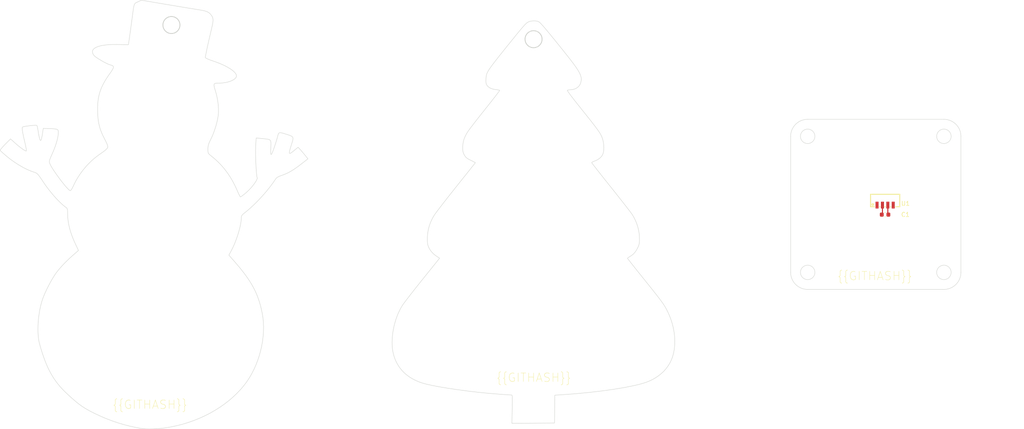
<source format=kicad_pcb>
(kicad_pcb (version 20221018) (generator pcbnew)
  (layers (0 "F.Cu" signal) (31 "B.Cu" signal) (34 "B.Paste" user) (35 "F.Paste" user) (36 "B.SilkS" user "B.Silkscreen") (37 "F.SilkS" user "F.Silkscreen") (38 "B.Mask" user) (39 "F.Mask" user) (44 "Edge.Cuts" user))
  (net 0 "")
  (net 1 "scl")
  (net 2 "vcc")
  (net 3 "ic-gnd")
  (net 4 "sda")
  (footprint "lib:C0603" (layer "F.Cu") (at 243.8 100.2)
    (fp_text reference "C1" (at 4.775 0) (layer "F.SilkS"))
    (fp_text value "50V 100nF X7R ±10% 0603  Multilayer Ceramic Capacitors MLCC - SMD/SMT ROHS")
    (fp_line (start -0.14058 -0.51) (end 0.14058 -0.51) (stroke (width 0.12)) (layer "F.SilkS"))
    (fp_line (start -0.14058 0.51) (end 0.14058 0.51) (stroke (width 0.12)) (layer "F.SilkS"))
    (pad "1" smd roundrect (at -0.775 0) (size 0.9 0.95) (layers "F.Cu" "F.Paste" "F.Mask") (net 2 "vcc"))
    (pad "2" smd roundrect (at 0.775 0) (size 0.9 0.95) (layers "F.Cu" "F.Paste" "F.Mask") (net 3 "ic-gnd"))
  )
  (footprint "lib:SENSOR-SMD_EML7700-TT" (layer "F.Cu") (at 243.815 97.96)
    (fp_text reference "U1" (at 4.785 -0.36) (layer "F.SilkS"))
    (fp_text value "")
    (fp_line (start -3.42 -2.54) (end -3.42 0.38) (stroke (width 0.25)) (layer "F.SilkS"))
    (fp_line (start -3.42 -2.54) (end 3.43 -2.54) (stroke (width 0.25)) (layer "F.SilkS"))
    (fp_line (start -3.42 0.38) (end -2.49 0.38) (stroke (width 0.25)) (layer "F.SilkS"))
    (fp_line (start -1.32 0.38) (end -1.21 0.38) (stroke (width 0.25)) (layer "F.SilkS"))
    (fp_line (start -0.05 0.38) (end 0.06 0.38) (stroke (width 0.25)) (layer "F.SilkS"))
    (fp_line (start 1.22 0.38) (end 1.33 0.38) (stroke (width 0.25)) (layer "F.SilkS"))
    (fp_line (start 2.49 0.38) (end 3.43 0.38) (stroke (width 0.25)) (layer "F.SilkS"))
    (fp_line (start 3.43 0.38) (end 3.43 -2.54) (stroke (width 0.25)) (layer "F.SilkS"))
    (fp_circle (center -2.92 -0.13) (end -2.74 -0.13) (stroke (width 0.25)) (fill none) (layer "F.SilkS"))
    (pad "1" smd rect (at -1.9 0) (size 0.7 1.6) (layers "F.Cu" "F.Paste" "F.Mask") (net 1 "scl"))
    (pad "2" smd rect (at -0.63 0) (size 0.7 1.6) (layers "F.Cu" "F.Paste" "F.Mask") (net 2 "vcc"))
    (pad "3" smd rect (at 0.63 0) (size 0.7 1.6) (layers "F.Cu" "F.Paste" "F.Mask") (net 3 "ic-gnd"))
    (pad "4" smd rect (at 1.9 0) (size 0.7 1.6) (layers "F.Cu" "F.Paste" "F.Mask") (net 4 "sda"))
  )
  (gr_circle (center 225.62 81.79) (end 227.32 81.79) (stroke (width 0.1)) (fill none) (layer "Edge.Cuts"))
  (gr_circle (center 257.62 113.79) (end 259.32 113.79) (stroke (width 0.1)) (fill none) (layer "Edge.Cuts"))
  (gr_circle (center 257.62 81.79) (end 259.32 81.79) (stroke (width 0.1)) (fill none) (layer "Edge.Cuts"))
  (gr_poly (pts (xy 75.142222 50.797022) (xy 79.756606 51.568267) (xy 82.366969 51.99203) (xy 83.019066 52.095762) (xy 83.303876 52.146979) (xy 83.563537 52.198618) (xy 83.799806 52.251323) (xy 84.01444 52.305736) (xy 84.209196 52.362498) (xy 84.385831 52.422252) (xy 84.546102 52.485641) (xy 84.691766 52.553306) (xy 84.824581 52.62589) (xy 84.946303 52.704035) (xy 85.05869 52.788383) (xy 85.163499 52.879577) (xy 85.262486 52.978258) (xy 85.357409 53.08507) (xy 85.479286 53.234958) (xy 85.586233 53.378736) (xy 85.634185 53.44915) (xy 85.678498 53.519015) (xy 85.719202 53.588656) (xy 85.75633 53.658402) (xy 85.789911 53.728576) (xy 85.819976 53.799506) (xy 85.846558 53.871517) (xy 85.869686 53.944936) (xy 85.889392 54.020089) (xy 85.905707 54.097301) (xy 85.918662 54.176899) (xy 85.928287 54.259209) (xy 85.934615 54.344557) (xy 85.937675 54.433269) (xy 85.937499 54.525672) (xy 85.934119 54.62209) (xy 85.927564 54.722851) (xy 85.917866 54.82828) (xy 85.889166 55.054449) (xy 85.848266 55.303204) (xy 85.795414 55.577155) (xy 85.730859 55.878909) (xy 85.654849 56.211077) (xy 84.878546 59.55341) (xy 84.657875 60.550977) (xy 84.450892 61.532488) (xy 84.331406 62.116419) (xy 84.229648 62.629765) (xy 84.15639 63.017063) (xy 84.122409 63.222849) (xy 84.123062 63.236814) (xy 84.127967 63.251873) (xy 84.137065 63.268001) (xy 84.150302 63.285171) (xy 84.167619 63.303357) (xy 84.188962 63.322534) (xy 84.214273 63.342674) (xy 84.243497 63.363751) (xy 84.313454 63.408613) (xy 84.398381 63.456909) (xy 84.497828 63.50843) (xy 84.611342 63.562966) (xy 84.738473 63.620306) (xy 84.878767 63.680241) (xy 85.031775 63.742561) (xy 85.197043 63.807056) (xy 85.374121 63.873515) (xy 85.562558 63.94173) (xy 85.7619 64.011489) (xy 85.971698 64.082583) (xy 86.585981 64.296029) (xy 87.172975 64.516947) (xy 87.730729 64.744054) (xy 88.257293 64.976069) (xy 88.75072 65.211708) (xy 89.209058 65.449689) (xy 89.63036 65.68873) (xy 90.012676 65.927548) (xy 90.354056 66.16486) (xy 90.652552 66.399385) (xy 90.906214 66.629839) (xy 91.113092 66.85494) (xy 91.271238 67.073405) (xy 91.378702 67.283953) (xy 91.412819 67.385857) (xy 91.433535 67.485301) (xy 91.440605 67.582123) (xy 91.433787 67.676165) (xy 91.41712 67.753004) (xy 91.390362 67.829368) (xy 91.35383 67.905131) (xy 91.307839 67.980165) (xy 91.252707 68.054343) (xy 91.188749 68.12754) (xy 91.116281 68.199626) (xy 91.03562 68.270477) (xy 90.947082 68.339964) (xy 90.850984 68.407961) (xy 90.747641 68.47434) (xy 90.637371 68.538975) (xy 90.520488 68.601739) (xy 90.39731 68.662505) (xy 90.268153 68.721145) (xy 90.133332 68.777534) (xy 89.993165 68.831543) (xy 89.847967 68.883047) (xy 89.543745 68.978027) (xy 89.223197 69.06146) (xy 88.888852 69.132329) (xy 88.54324 69.189618) (xy 88.188892 69.232313) (xy 88.009232 69.24787) (xy 87.828337 69.259397) (xy 87.646523 69.266767) (xy 87.464106 69.269854) (xy 87.202959 69.272042) (xy 86.97453 69.277492) (xy 86.777472 69.288473) (xy 86.690288 69.296746) (xy 86.610443 69.307253) (xy 86.537768 69.320276) (xy 86.472096 69.3361) (xy 86.413258 69.355009) (xy 86.361087 69.377285) (xy 86.315414 69.403211) (xy 86.276071 69.433073) (xy 86.24289 69.467154) (xy 86.215703 69.505736) (xy 86.194342 69.549103) (xy 86.178638 69.59754) (xy 86.168424 69.65133) (xy 86.163532 69.710755) (xy 86.163793 69.776101) (xy 86.169039 69.847649) (xy 86.179102 69.925685) (xy 86.193814 70.010491) (xy 86.236514 70.20155) (xy 86.295792 70.423093) (xy 86.370304 70.677389) (xy 86.458705 70.966708) (xy 86.582128 71.384478) (xy 86.694998 71.803093) (xy 86.797211 72.221567) (xy 86.888665 72.638919) (xy 86.969257 73.054166) (xy 87.038885 73.466323) (xy 87.097447 73.874409) (xy 87.144838 74.277439) (xy 87.180958 74.674432) (xy 87.205702 75.064404) (xy 87.21897 75.446371) (xy 87.220657 75.819352) (xy 87.210662 76.182361) (xy 87.188881 76.534418) (xy 87.155212 76.874538) (xy 87.109553 77.201739) (xy 86.986123 77.871628) (xy 86.830027 78.558912) (xy 86.643845 79.255662) (xy 86.430157 79.953949) (xy 86.19154 80.645848) (xy 85.930575 81.323429) (xy 85.649841 81.978766) (xy 85.351916 82.60393) (xy 85.189192 82.938586) (xy 85.118752 83.093315) (xy 85.055229 83.240939) (xy 84.998352 83.382431) (xy 84.947849 83.518761) (xy 84.903447 83.650903) (xy 84.864875 83.779828) (xy 84.831859 83.906506) (xy 84.804129 84.031911) (xy 84.781412 84.157013) (xy 84.763435 84.282785) (xy 84.749927 84.410197) (xy 84.740615 84.540223) (xy 84.735228 84.673833) (xy 84.733493 84.811999) (xy 84.736223 85.129082) (xy 84.741369 85.261496) (xy 84.750575 85.379459) (xy 84.764997 85.485194) (xy 84.774524 85.534172) (xy 84.785789 85.580928) (xy 84.798934 85.625739) (xy 84.814106 85.668884) (xy 84.831447 85.710641) (xy 84.851104 85.751288) (xy 84.873219 85.791103) (xy 84.897937 85.830364) (xy 84.925403 85.869349) (xy 84.955761 85.908337) (xy 84.989155 85.947605) (xy 85.02573 85.987432) (xy 85.109 86.069873) (xy 85.206725 86.157886) (xy 85.320061 86.253696) (xy 85.598185 86.477602) (xy 86.096863 86.886277) (xy 86.577755 87.306529) (xy 87.04138 87.739064) (xy 87.488258 88.184586) (xy 87.918909 88.6438) (xy 88.333852 89.117412) (xy 88.733607 89.606125) (xy 89.118694 90.110646) (xy 89.489632 90.631678) (xy 89.846941 91.169927) (xy 90.19114 91.726098) (xy 90.52275 92.300895) (xy 90.84229 92.895024) (xy 91.150279 93.509189) (xy 91.447237 94.144095) (xy 91.733683 94.800448) (xy 91.84059 95.047283) (xy 91.945802 95.277558) (xy 92.046625 95.486234) (xy 92.140364 95.668271) (xy 92.224324 95.818627) (xy 92.295813 95.932265) (xy 92.326039 95.973739) (xy 92.352136 96.004143) (xy 92.373767 96.022848) (xy 92.382804 96.027616) (xy 92.390597 96.029223) (xy 92.399173 96.028006) (xy 92.410522 96.024397) (xy 92.441219 96.010237) (xy 92.482045 95.987221) (xy 92.53236 95.955824) (xy 92.591521 95.916524) (xy 92.658887 95.869798) (xy 92.815666 95.755976) (xy 92.997564 95.618173) (xy 93.199447 95.460204) (xy 93.416182 95.285885) (xy 93.642634 95.099032) (xy 93.891007 94.882848) (xy 94.141366 94.648628) (xy 94.390948 94.400061) (xy 94.636991 94.140836) (xy 94.87673 93.874641) (xy 95.107403 93.605164) (xy 95.326247 93.336095) (xy 95.530498 93.071122) (xy 95.717394 92.813933) (xy 95.884171 92.568218) (xy 96.028066 92.337665) (xy 96.146316 92.125962) (xy 96.236159 91.936798) (xy 96.294829 91.773863) (xy 96.311612 91.703383) (xy 96.319566 91.640844) (xy 96.318345 91.586706) (xy 96.307605 91.54143) (xy 96.264441 91.378418) (xy 96.221593 91.121805) (xy 96.138989 90.373142) (xy 96.064068 89.386161) (xy 96.001109 88.251583) (xy 95.954389 87.060129) (xy 95.928186 85.902519) (xy 95.926777 84.869474) (xy 95.95444 84.051714) (xy 96.07471 82.177477) (xy 97.36716 82.304781) (xy 98.13507 82.379263) (xy 98.441266 82.413109) (xy 98.700599 82.449744) (xy 98.916803 82.492956) (xy 99.009898 82.518212) (xy 99.09361 82.546534) (xy 99.168406 82.578395) (xy 99.234753 82.614268) (xy 99.293117 82.654627) (xy 99.343964 82.699946) (xy 99.387763 82.750698) (xy 99.424978 82.807357) (xy 99.456076 82.870396) (xy 99.481525 82.94029) (xy 99.501791 83.017511) (xy 99.51734 83.102533) (xy 99.536155 83.297877) (xy 99.541702 83.530109) (xy 99.537716 83.803018) (xy 99.51607 84.486025) (xy 99.501811 85.019341) (xy 99.495778 85.429631) (xy 99.49953 85.727933) (xy 99.505563 85.838537) (xy 99.514626 85.925284) (xy 99.526915 85.989553) (xy 99.542625 86.032723) (xy 99.551823 86.046828) (xy 99.56195 86.056175) (xy 99.573029 86.060938) (xy 99.585085 86.061289) (xy 99.612224 86.049443) (xy 99.643564 86.022019) (xy 99.679299 85.980395) (xy 99.719623 85.925951) (xy 99.770963 85.835961) (xy 99.83738 85.6921) (xy 100.00736 85.267042) (xy 100.213404 84.699332) (xy 100.439353 84.037526) (xy 100.669049 83.330178) (xy 100.886332 82.625845) (xy 101.075044 81.973082) (xy 101.219027 81.420443) (xy 101.232451 81.367288) (xy 101.246658 81.317349) (xy 101.261814 81.270604) (xy 101.278084 81.227032) (xy 101.295634 81.186611) (xy 101.314631 81.149321) (xy 101.33524 81.115138) (xy 101.357628 81.084043) (xy 101.381959 81.056013) (xy 101.4084 81.031027) (xy 101.437117 81.009064) (xy 101.468275 80.990102) (xy 101.502041 80.974119) (xy 101.538581 80.961095) (xy 101.578059 80.951007) (xy 101.620643 80.943835) (xy 101.666497 80.939556) (xy 101.715788 80.938149) (xy 101.768682 80.939594) (xy 101.825345 80.943867) (xy 101.885942 80.950949) (xy 101.950639 80.960817) (xy 102.019603 80.97345) (xy 102.092998 80.988826) (xy 102.170992 81.006924) (xy 102.253749 81.027723) (xy 102.434219 81.077337) (xy 102.635734 81.137495) (xy 102.859622 81.208025) (xy 103.581471 81.438726) (xy 103.868146 81.535185) (xy 104.108644 81.625316) (xy 104.212356 81.669476) (xy 104.305459 81.713816) (xy 104.388264 81.758923) (xy 104.461082 81.805384) (xy 104.524226 81.853787) (xy 104.578006 81.904719) (xy 104.622735 81.958768) (xy 104.658725 82.01652) (xy 104.686285 82.078563) (xy 104.705729 82.145484) (xy 104.717368 82.217871) (xy 104.721513 82.296311) (xy 104.718476 82.381392) (xy 104.708568 82.4737) (xy 104.692102 82.573823) (xy 104.669388 82.682348) (xy 104.606464 82.926954) (xy 104.522289 83.212218) (xy 104.300158 83.92351) (xy 104.076968 84.658354) (xy 103.993442 84.95378) (xy 103.929762 85.203046) (xy 103.886777 85.407528) (xy 103.865337 85.568604) (xy 103.862962 85.633296) (xy 103.866292 85.687652) (xy 103.875434 85.731846) (xy 103.890492 85.766049) (xy 103.911574 85.790433) (xy 103.938786 85.805172) (xy 103.972234 85.810436) (xy 104.012025 85.806398) (xy 104.058263 85.79323) (xy 104.111056 85.771105) (xy 104.236732 85.700671) (xy 104.3899 85.596472) (xy 104.571411 85.459887) (xy 105.02286 85.095065) (xy 105.918216 84.355181) (xy 106.388476 84.86751) (xy 106.496975 84.987739) (xy 106.625318 85.133369) (xy 106.92254 85.478508) (xy 107.242155 85.858286) (xy 107.546176 86.22806) (xy 108.2336 87.076296) (xy 106.72333 88.254687) (xy 106.031007 88.783192) (xy 105.392025 89.245391) (xy 105.089314 89.453516) (xy 104.796071 89.647331) (xy 104.511007 89.827593) (xy 104.232833 89.995056) (xy 103.960259 90.150478) (xy 103.691998 90.294613) (xy 103.426759 90.428217) (xy 103.163254 90.552046) (xy 102.900193 90.666855) (xy 102.636288 90.773401) (xy 102.370249 90.872439) (xy 102.100787 90.964724) (xy 101.955978 91.013649) (xy 101.818902 91.062832) (xy 101.689432 91.112348) (xy 101.567439 91.162273) (xy 101.452795 91.212683) (xy 101.345371 91.263651) (xy 101.245039 91.315254) (xy 101.151671 91.367567) (xy 101.065138 91.420665) (xy 100.985313 91.474624) (xy 100.912065 91.529517) (xy 100.845269 91.585421) (xy 100.784794 91.642412) (xy 100.730512 91.700563) (xy 100.682296 91.759951) (xy 100.640017 91.82065) (xy 100.313962 92.312951) (xy 99.958065 92.82026) (xy 99.575318 93.339289) (xy 99.168711 93.866747) (xy 98.741234 94.399346) (xy 98.295878 94.933795) (xy 97.835635 95.466804) (xy 97.363494 95.995083) (xy 96.882446 96.515343) (xy 96.395482 97.024295) (xy 95.905593 97.518647) (xy 95.415769 97.995111) (xy 94.929002 98.450396) (xy 94.44828 98.881213) (xy 93.976596 99.284272) (xy 93.51694 99.656283) (xy 93.364132 99.777198) (xy 93.228349 99.887118) (xy 93.108601 99.987555) (xy 93.003899 100.080022) (xy 92.913256 100.166032) (xy 92.835682 100.247098) (xy 92.770188 100.324733) (xy 92.741662 100.362737) (xy 92.715786 100.40045) (xy 92.692435 100.438062) (xy 92.671487 100.475762) (xy 92.652817 100.513738) (xy 92.636302 100.552181) (xy 92.621819 100.591279) (xy 92.609244 100.631221) (xy 92.589322 100.714395) (xy 92.575548 100.803215) (xy 92.566934 100.899195) (xy 92.56249 101.003847) (xy 92.561229 101.118685) (xy 92.548214 101.459191) (xy 92.510172 101.840399) (xy 92.448603 102.257479) (xy 92.365007 102.705605) (xy 92.260885 103.179948) (xy 92.137739 103.675679) (xy 91.997068 104.187971) (xy 91.840373 104.711996) (xy 91.669155 105.242926) (xy 91.484915 105.775933) (xy 91.289154 106.306188) (xy 91.083372 106.828864) (xy 90.86907 107.339132) (xy 90.647749 107.832164) (xy 90.420909 108.303133) (xy 90.190051 108.74721) (xy 89.658061 109.729433) (xy 90.799319 111.025652) (xy 91.552256 111.894452) (xy 92.247519 112.726345) (xy 92.887901 113.52649) (xy 93.476195 114.300047) (xy 94.015193 115.052178) (xy 94.507688 115.788042) (xy 94.956473 116.5128) (xy 95.364341 117.231612) (xy 95.734083 117.949638) (xy 96.068493 118.672038) (xy 96.370364 119.403974) (xy 96.642488 120.150605) (xy 96.887657 120.917091) (xy 97.108665 121.708593) (xy 97.308304 122.530271) (xy 97.489367 123.387286) (xy 97.659586 124.435519) (xy 97.764545 125.512723) (xy 97.805707 126.613102) (xy 97.784533 127.73086) (xy 97.702485 128.860202) (xy 97.561026 129.995332) (xy 97.361618 131.130454) (xy 97.105722 132.259774) (xy 96.794801 133.377494) (xy 96.430316 134.47782) (xy 96.01373 135.554956) (xy 95.546505 136.603107) (xy 95.030102 137.616476) (xy 94.465984 138.589268) (xy 93.855613 139.515689) (xy 93.20045 140.389941) (xy 92.386005 141.350273) (xy 91.510226 142.273552) (xy 90.576227 143.158109) (xy 89.587122 144.002278) (xy 88.546024 144.80439) (xy 87.456048 145.562779) (xy 86.320308 146.275777) (xy 85.141916 146.941716) (xy 83.923988 147.558929) (xy 82.669636 148.125749) (xy 81.381976 148.640508) (xy 80.06412 149.101539) (xy 78.719182 149.507174) (xy 77.350277 149.855747) (xy 75.960518 150.145589) (xy 74.553019 150.375033) (xy 73.862872 150.459306) (xy 73.131633 150.525975) (xy 72.383923 150.574372) (xy 71.644361 150.603827) (xy 70.93757 150.613671) (xy 70.288169 150.603235) (xy 69.720779 150.57185) (xy 69.475532 150.548093) (xy 69.26002 150.518847) (xy 69.260051 150.518832) (xy 67.831835 150.262486) (xy 66.416949 149.953785) (xy 65.016193 149.592984) (xy 63.630368 149.180338) (xy 62.260274 148.716103) (xy 60.90671 148.200532) (xy 59.570477 147.633881) (xy 58.252375 147.016405) (xy 57.283074 146.528505) (xy 56.847829 146.298277) (xy 56.438641 146.072324) (xy 56.050351 145.846994) (xy 55.6778 145.618633) (xy 55.315827 145.383588) (xy 54.959273 145.138205) (xy 54.602979 144.87883) (xy 54.241783 144.601811) (xy 53.870528 144.303492) (xy 53.484054 143.980222) (xy 52.644807 143.244211) (xy 51.682765 142.36455) (xy 51.097036 141.804159) (xy 50.54538 141.238954) (xy 50.025658 140.665073) (xy 49.535731 140.078649) (xy 49.07346 139.475819) (xy 48.636705 138.852719) (xy 48.223328 138.205483) (xy 47.831189 137.530249) (xy 47.458149 136.823151) (xy 47.10207 136.080325) (xy 46.760812 135.297907) (xy 46.432236 134.472032) (xy 46.114202 133.598836) (xy 45.804573 132.674455) (xy 45.501208 131.695024) (xy 45.201968 130.656679) (xy 45.078569 130.147371) (xy 44.978794 129.594224) (xy 44.90231 129.00242) (xy 44.848785 128.377144) (xy 44.817886 127.723579) (xy 44.809281 127.046907) (xy 44.822637 126.352311) (xy 44.857621 125.644974) (xy 44.913901 124.93008) (xy 44.991145 124.212811) (xy 45.089019 123.498351) (xy 45.207191 122.791883) (xy 45.345328 122.098589) (xy 45.503099 121.423652) (xy 45.68017 120.772256) (xy 45.876208 120.149584) (xy 46.005143 119.787909) (xy 46.154924 119.401263) (xy 46.508073 118.570286) (xy 46.917749 117.69111) (xy 47.366047 116.79819) (xy 47.83506 115.92598) (xy 48.306883 115.108937) (xy 48.76361 114.381515) (xy 48.980717 114.062179) (xy 49.187335 113.77817) (xy 49.387433 113.519297) (xy 49.599256 113.255538) (xy 50.056372 112.715109) (xy 50.555279 112.160374) (xy 51.092575 111.594824) (xy 51.664855 111.021952) (xy 52.268718 110.445248) (xy 52.900758 109.868205) (xy 53.557574 109.294314) (xy 54.329783 108.634142) (xy 53.616031 107.110232) (xy 53.390001 106.6154) (xy 53.179365 106.128819) (xy 52.984012 105.650049) (xy 52.803829 105.178652) (xy 52.638704 104.71419) (xy 52.488525 104.256224) (xy 52.353181 103.804315) (xy 52.232559 103.358025) (xy 52.126547 102.916915) (xy 52.035034 102.480548) (xy 51.957906 102.048484) (xy 51.895053 101.620284) (xy 51.846363 101.195511) (xy 51.811722 100.773726) (xy 51.79102 100.35449) (xy 51.784144 99.937365) (xy 51.780657 99.620612) (xy 51.776007 99.482669) (xy 51.769161 99.357285) (xy 51.759927 99.243666) (xy 51.748111 99.141014) (xy 51.733519 99.048534) (xy 51.715958 98.96543) (xy 51.695233 98.890904) (xy 51.671153 98.824161) (xy 51.643523 98.764406) (xy 51.612149 98.71084) (xy 51.576839 98.662669) (xy 51.537399 98.619096) (xy 51.493635 98.579325) (xy 51.445353 98.542559) (xy 51.149902 98.324092) (xy 50.839064 98.073347) (xy 50.514896 97.792628) (xy 50.179453 97.484238) (xy 49.834791 97.150482) (xy 49.482966 96.793665) (xy 49.126033 96.41609) (xy 48.766047 96.020062) (xy 48.405065 95.607885) (xy 48.045142 95.181864) (xy 47.688333 94.744302) (xy 47.336694 94.297504) (xy 46.992281 93.843774) (xy 46.657149 93.385417) (xy 46.333354 92.924737) (xy 46.022952 92.464037) (xy 45.611719 91.844971) (xy 45.279782 91.362091) (xy 45.137757 91.165551) (xy 45.008606 90.995655) (xy 44.89001 90.849933) (xy 44.779654 90.725918) (xy 44.675221 90.621143) (xy 44.574392 90.533138) (xy 44.474852 90.459437) (xy 44.374284 90.397571) (xy 44.27037 90.345073) (xy 44.160793 90.299474) (xy 44.043237 90.258307) (xy 43.915385 90.219103) (xy 43.593888 90.117525) (xy 43.255864 89.996009) (xy 42.903268 89.855657) (xy 42.538058 89.697573) (xy 42.162189 89.522858) (xy 41.777618 89.332616) (xy 41.386301 89.127951) (xy 40.990194 88.909964) (xy 40.591254 88.679759) (xy 40.191438 88.438438) (xy 39.792701 88.187105) (xy 39.396999 87.926862) (xy 39.00629 87.658812) (xy 38.622529 87.384058) (xy 38.247673 87.103703) (xy 37.883677 86.81885) (xy 37.49456 86.502783) (xy 37.131548 86.199554) (xy 36.802586 85.916398) (xy 36.515619 85.660548) (xy 36.278593 85.439239) (xy 36.099452 85.259705) (xy 36.034071 85.187865) (xy 35.986141 85.129182) (xy 35.956654 85.08456) (xy 35.946605 85.054903) (xy 35.948192 85.042433) (xy 35.952903 85.026953) (xy 35.971384 84.987332) (xy 36.001425 84.936776) (xy 36.042403 84.876021) (xy 36.093695 84.805804) (xy 36.154681 84.726859) (xy 36.224736 84.639924) (xy 36.303239 84.545735) (xy 36.389567 84.445026) (xy 36.483097 84.338536) (xy 36.689276 84.11115) (xy 36.916796 83.869466) (xy 37.037003 83.745102) (xy 37.160678 83.619372) (xy 38.374759 82.395922) (xy 39.365809 83.301684) (xy 39.814301 83.698656) (xy 40.266196 84.075272) (xy 40.704205 84.419302) (xy 41.111041 84.718514) (xy 41.469414 84.960676) (xy 41.625024 85.056541) (xy 41.762035 85.133557) (xy 41.878286 85.190195) (xy 41.971615 85.224926) (xy 42.039863 85.236222) (xy 42.063905 85.232603) (xy 42.080867 85.222552) (xy 42.085566 85.215268) (xy 42.089233 85.203934) (xy 42.093537 85.169549) (xy 42.093921 85.120268) (xy 42.090523 85.056964) (xy 42.083485 84.98051) (xy 42.072948 84.891778) (xy 42.059051 84.79164) (xy 42.041937 84.68097) (xy 41.998614 84.43152) (xy 41.944105 84.150408) (xy 41.879534 83.844615) (xy 41.806025 83.52112) (xy 41.578977 82.541169) (xy 41.399614 81.732306) (xy 41.265507 81.079136) (xy 41.174225 80.56626) (xy 41.123338 80.17828) (xy 41.112283 80.026315) (xy 41.110416 79.899799) (xy 41.117432 79.796809) (xy 41.133029 79.71542) (xy 41.156901 79.653706) (xy 41.188746 79.609743) (xy 41.213078 79.592846) (xy 41.252556 79.575085) (xy 41.372962 79.537437) (xy 41.541984 79.497733) (xy 41.751641 79.456905) (xy 42.26094 79.37561) (xy 42.837013 79.301016) (xy 43.416018 79.240586) (xy 43.934111 79.201782) (xy 44.150364 79.192822) (xy 44.327447 79.192067) (xy 44.45738 79.20045) (xy 44.532183 79.218905) (xy 44.538527 79.223215) (xy 44.545097 79.229471) (xy 44.551878 79.23762) (xy 44.558855 79.247608) (xy 44.573336 79.272888) (xy 44.588416 79.304879) (xy 44.603974 79.343154) (xy 44.619887 79.387282) (xy 44.636031 79.436835) (xy 44.652284 79.491383) (xy 44.668525 79.550496) (xy 44.684629 79.613746) (xy 44.700475 79.680703) (xy 44.715939 79.750937) (xy 44.7309 79.82402) (xy 44.745234 79.899521) (xy 44.75882 79.977012) (xy 44.771533 80.056063) (xy 44.946351 81.130774) (xy 45.025944 81.564983) (xy 45.101061 81.931234) (xy 45.172253 82.230134) (xy 45.24007 82.462288) (xy 45.305063 82.628302) (xy 45.336673 82.686696) (xy 45.367783 82.728781) (xy 45.398463 82.754634) (xy 45.428781 82.764331) (xy 45.458807 82.757947) (xy 45.488608 82.735557) (xy 45.518254 82.697238) (xy 45.547814 82.643066) (xy 45.606951 82.487462) (xy 45.666568 82.269351) (xy 45.727218 81.98934) (xy 45.78945 81.648032) (xy 45.853816 81.246035) (xy 46.055377 79.918581) (xy 47.417926 79.96628) (xy 48.109143 79.993687) (xy 48.392021 80.009194) (xy 48.636741 80.027435) (xy 48.846051 80.049559) (xy 49.022696 80.076715) (xy 49.169424 80.110051) (xy 49.288982 80.150717) (xy 49.339431 80.174158) (xy 49.384117 80.199861) (xy 49.423385 80.227972) (xy 49.457577 80.258632) (xy 49.487036 80.291987) (xy 49.512107 80.32818) (xy 49.533132 80.367353) (xy 49.550455 80.409652) (xy 49.575367 80.504197) (xy 49.589592 80.612965) (xy 49.595876 80.737105) (xy 49.596965 80.877764) (xy 49.590289 81.099803) (xy 49.571905 81.336737) (xy 49.542029 81.587807) (xy 49.500879 81.852253) (xy 49.448672 82.129318) (xy 49.385623 82.418243) (xy 49.311951 82.718269) (xy 49.227873 83.028637) (xy 49.133604 83.34859) (xy 49.029362 83.677367) (xy 48.915364 84.014212) (xy 48.791827 84.358364) (xy 48.658967 84.709065) (xy 48.517002 85.065558) (xy 48.366148 85.427082) (xy 48.206622 85.792879) (xy 47.949769 86.374791) (xy 47.755997 86.832451) (xy 47.68104 87.021721) (xy 47.619784 87.188367) (xy 47.571537 87.335205) (xy 47.535609 87.465048) (xy 47.511311 87.580709) (xy 47.497952 87.685002) (xy 47.494842 87.78074) (xy 47.501291 87.870737) (xy 47.516609 87.957807) (xy 47.540106 88.044763) (xy 47.571091 88.134418) (xy 47.608874 88.229586) (xy 47.761079 88.551834) (xy 47.975096 88.939463) (xy 48.241913 89.380584) (xy 48.55252 89.863307) (xy 49.269066 90.905997) (xy 50.052651 91.972411) (xy 50.831193 92.967426) (xy 51.196047 93.408433) (xy 51.532609 93.795921) (xy 51.831869 94.117998) (xy 52.084818 94.362774) (xy 52.282443 94.518359) (xy 52.357694 94.558989) (xy 52.415736 94.572863) (xy 52.426811 94.571375) (xy 52.439084 94.56696) (xy 52.452509 94.559691) (xy 52.467041 94.549641) (xy 52.482633 94.536883) (xy 52.499239 94.521489) (xy 52.516813 94.503532) (xy 52.535309 94.483086) (xy 52.574881 94.435018) (xy 52.617586 94.377866) (xy 52.663055 94.312214) (xy 52.710918 94.238646) (xy 52.760808 94.157745) (xy 52.812354 94.070093) (xy 52.865187 93.976276) (xy 52.918939 93.876875) (xy 52.97324 93.772474) (xy 53.02772 93.663657) (xy 53.082012 93.551007) (xy 53.135745 93.435107) (xy 53.405424 92.869327) (xy 53.69623 92.311615) (xy 54.007442 91.76282) (xy 54.338342 91.223792) (xy 54.688208 90.695381) (xy 55.05632 90.178436) (xy 55.441958 89.673808) (xy 55.844402 89.182347) (xy 56.262932 88.704901) (xy 56.696828 88.242322) (xy 57.145369 87.795459) (xy 57.607836 87.365163) (xy 58.083508 86.952281) (xy 58.571665 86.557666) (xy 59.071586 86.182166) (xy 59.582553 85.826632) (xy 59.914962 85.598282) (xy 60.214172 85.3804) (xy 60.477869 85.17504) (xy 60.595674 85.077698) (xy 60.703732 84.984257) (xy 60.801753 84.894974) (xy 60.889447 84.810106) (xy 60.966524 84.72991) (xy 61.032694 84.654642) (xy 61.087669 84.584559) (xy 61.131158 84.519919) (xy 61.162872 84.460977) (xy 61.182521 84.407992) (xy 61.189444 84.378526) (xy 61.194656 84.347449) (xy 61.198136 84.314702) (xy 61.199864 84.280227) (xy 61.197977 84.205863) (xy 61.188829 84.123892) (xy 61.172254 84.033852) (xy 61.148084 83.935279) (xy 61.116154 83.82771) (xy 61.076297 83.71068) (xy 61.028345 83.583727) (xy 60.972134 83.446388) (xy 60.907495 83.298197) (xy 60.834263 83.138693) (xy 60.75227 82.967412) (xy 60.661351 82.783889) (xy 60.561339 82.587662) (xy 60.452067 82.378268) (xy 60.237971 81.961359) (xy 60.041673 81.555601) (xy 59.862568 81.158484) (xy 59.700049 80.767498) (xy 59.553508 80.380135) (xy 59.422339 79.993885) (xy 59.305935 79.60624) (xy 59.203689 79.21469) (xy 59.114995 78.816725) (xy 59.039245 78.409838) (xy 58.975833 77.991518) (xy 58.924151 77.559256) (xy 58.883594 77.110544) (xy 58.853553 76.642872) (xy 58.833423 76.153731) (xy 58.822596 75.640612) (xy 58.82378 75.019765) (xy 58.843433 74.425285) (xy 58.882591 73.854032) (xy 58.942291 73.302869) (xy 59.023569 72.768658) (xy 59.127459 72.248262) (xy 59.255 71.738542) (xy 59.407225 71.236361) (xy 59.585172 70.73858) (xy 59.789877 70.242062) (xy 60.022374 69.743669) (xy 60.283701 69.240263) (xy 60.574893 68.728705) (xy 60.896986 68.205859) (xy 61.251015 67.668586) (xy 61.638018 67.113749) (xy 61.84244 66.825076) (xy 62.020375 66.566593) (xy 62.17201 66.336298) (xy 62.29753 66.132187) (xy 62.397121 65.95226) (xy 62.470968 65.794512) (xy 62.498296 65.72333) (xy 62.519258 65.656942) (xy 62.533877 65.595098) (xy 62.542176 65.537547) (xy 62.544179 65.484039) (xy 62.539908 65.434323) (xy 62.529387 65.388151) (xy 62.512639 65.34527) (xy 62.489688 65.305431) (xy 62.460556 65.268384) (xy 62.425267 65.233878) (xy 62.383844 65.201662) (xy 62.33631 65.171487) (xy 62.282689 65.143103) (xy 62.157276 65.090703) (xy 62.007792 65.042459) (xy 61.834422 64.996371) (xy 61.657986 64.943069) (xy 61.445562 64.862593) (xy 61.203024 64.758325) (xy 60.93625 64.633653) (xy 60.353499 64.336631) (xy 59.744319 63.998608) (xy 59.155721 63.646664) (xy 58.634716 63.307879) (xy 58.414252 63.151884) (xy 58.228316 63.009334) (xy 58.082783 62.883614) (xy 57.983531 62.778109) (xy 57.869943 62.622242) (xy 57.777351 62.470362) (xy 57.705558 62.322559) (xy 57.654369 62.178917) (xy 57.623588 62.039526) (xy 57.613018 61.904471) (xy 57.622463 61.773839) (xy 57.651728 61.647718) (xy 57.700616 61.526195) (xy 57.768931 61.409356) (xy 57.856477 61.297289) (xy 57.963058 61.190081) (xy 58.088479 61.087819) (xy 58.232542 60.99059) (xy 58.395052 60.89848) (xy 58.575812 60.811578) (xy 58.774627 60.72997) (xy 58.991301 60.653743) (xy 59.225638 60.582984) (xy 59.477441 60.51778) (xy 59.746514 60.458218) (xy 60.032661 60.404385) (xy 60.335687 60.356369) (xy 60.655395 60.314256) (xy 60.991589 60.278134) (xy 61.344073 60.248089) (xy 61.712651 60.224208) (xy 62.097127 60.20658) (xy 62.497305 60.195289) (xy 62.912988 60.190424) (xy 63.343981 60.192072) (xy 63.790088 60.20032) (xy 66.056857 60.258219) (xy 66.273486 58.80189) (xy 66.542465 56.891029) (xy 66.884944 54.341891) (xy 67.190183 52.053843) (xy 67.248082 51.679802) (xy 67.303557 51.37005) (xy 67.359078 51.117137) (xy 67.417116 50.913616) (xy 67.48014 50.752035) (xy 67.55062 50.624945) (xy 67.631027 50.524898) (xy 67.72383 50.444442) (xy 67.831501 50.37613) (xy 67.956508 50.312512) (xy 68.268412 50.169558) (xy 69.100734 49.778315)) (stroke (width 0.1)) (fill none) (layer "Edge.Cuts"))
  (gr_arc (start 261.62 113.79) (mid 260.448427 116.618427) (end 257.62 117.79) (stroke (width 0.1)) (layer "Edge.Cuts"))
  (gr_arc (start 225.62 117.79) (mid 222.791573 116.618427) (end 221.62 113.79) (stroke (width 0.1)) (layer "Edge.Cuts"))
  (gr_line (start 261.62 113.79) (end 261.62 81.79) (stroke (width 0.1)) (layer "Edge.Cuts"))
  (gr_circle (center 161.229974 58.946031) (end 163.229974 58.946031) (stroke (width 0.2)) (fill none) (layer "Edge.Cuts"))
  (gr_line (start 221.62 81.79) (end 221.62 113.79) (stroke (width 0.1)) (layer "Edge.Cuts"))
  (gr_arc (start 257.62 77.79) (mid 260.448427 78.961573) (end 261.62 81.79) (stroke (width 0.1)) (layer "Edge.Cuts"))
  (gr_poly (pts (xy 161.429183 54.643361) (xy 161.588699 54.648976) (xy 161.743405 54.660128) (xy 161.8913 54.67685) (xy 162.030385 54.699174) (xy 162.158659 54.727132) (xy 162.274122 54.760758) (xy 162.374774 54.800082) (xy 162.418214 54.822065) (xy 162.465501 54.850416) (xy 162.517128 54.885713) (xy 162.573587 54.928531) (xy 162.702967 55.039035) (xy 162.857578 55.186538) (xy 163.041357 55.37565) (xy 163.258241 55.610981) (xy 163.512165 55.897139) (xy 163.807067 56.238735) (xy 164.146884 56.640378) (xy 164.53555 57.106678) (xy 164.977005 57.642244) (xy 165.475183 58.251687) (xy 166.657456 59.710639) (xy 168.113864 61.520411) (xy 169.490282 63.25197) (xy 170.562092 64.650979) (xy 170.993296 65.243203) (xy 171.359779 65.7732) (xy 171.665351 66.247941) (xy 171.913823 66.674396) (xy 172.109006 67.059535) (xy 172.254708 67.41033) (xy 172.354741 67.733749) (xy 172.412915 68.036764) (xy 172.433041 68.326344) (xy 172.418927 68.609461) (xy 172.374385 68.893084) (xy 172.303226 69.184183) (xy 172.274597 69.278158) (xy 172.242 69.369887) (xy 172.205507 69.459324) (xy 172.165188 69.546423) (xy 172.121114 69.631137) (xy 172.073357 69.713419) (xy 172.021987 69.793223) (xy 171.967076 69.870502) (xy 171.908694 69.945208) (xy 171.846914 70.017296) (xy 171.781806 70.08672) (xy 171.71344 70.153431) (xy 171.641889 70.217383) (xy 171.567223 70.278531) (xy 171.489513 70.336826) (xy 171.408831 70.392223) (xy 171.325247 70.444674) (xy 171.238833 70.494134) (xy 171.14966 70.540554) (xy 171.057799 70.58389) (xy 170.96332 70.624093) (xy 170.866295 70.661118) (xy 170.766796 70.694917) (xy 170.664893 70.725444) (xy 170.560657 70.752652) (xy 170.45416 70.776495) (xy 170.345472 70.796926) (xy 170.234664 70.813898) (xy 170.121809 70.827364) (xy 170.006976 70.837278) (xy 169.890237 70.843593) (xy 169.771663 70.846262) (xy 169.726607 70.847177) (xy 169.681188 70.849133) (xy 169.590479 70.855957) (xy 169.501974 70.8663) (xy 169.418107 70.879728) (xy 169.378675 70.887463) (xy 169.341315 70.895806) (xy 169.306334 70.904703) (xy 169.274034 70.9141) (xy 169.244721 70.923942) (xy 169.218699 70.934176) (xy 169.196272 70.944746) (xy 169.177745 70.955599) (xy 169.171643 70.965792) (xy 169.172154 70.983757) (xy 169.17922 71.009417) (xy 169.192785 71.042693) (xy 169.239181 71.131786) (xy 169.310885 71.250417) (xy 169.407439 71.397965) (xy 169.528385 71.573811) (xy 169.673265 71.777334) (xy 169.841623 72.007915) (xy 170.246938 72.547768) (xy 170.740668 73.18841) (xy 171.319154 73.924882) (xy 171.978732 74.752222) (xy 174.641332 78.093405) (xy 175.537111 79.246786) (xy 176.200008 80.134787) (xy 176.673118 80.816979) (xy 176.99954 81.352933) (xy 177.222371 81.802218) (xy 177.384708 82.224406) (xy 177.462833 82.472098) (xy 177.531331 82.72855) (xy 177.59016 82.991701) (xy 177.639284 83.259489) (xy 177.678662 83.529854) (xy 177.708257 83.800735) (xy 177.728028 84.070071) (xy 177.737937 84.335802) (xy 177.737946 84.595867) (xy 177.728014 84.848205) (xy 177.708104 85.090755) (xy 177.678176 85.321456) (xy 177.638191 85.538248) (xy 177.588111 85.739069) (xy 177.527896 85.92186) (xy 177.457507 86.084559) (xy 177.391656 86.207668) (xy 177.318059 86.327563) (xy 177.236853 86.444134) (xy 177.148173 86.557272) (xy 177.052156 86.666869) (xy 176.948938 86.772814) (xy 176.838657 86.874999) (xy 176.721448 86.973315) (xy 176.597448 87.067652) (xy 176.466794 87.157903) (xy 176.32962 87.243956) (xy 176.186065 87.325705) (xy 176.036265 87.403039) (xy 175.880355 87.475849) (xy 175.718473 87.544027) (xy 175.550754 87.607462) (xy 175.482045 87.632835) (xy 175.415483 87.658969) (xy 175.351405 87.685667) (xy 175.290146 87.712731) (xy 175.23204 87.739963) (xy 175.177423 87.767164) (xy 175.126631 87.794136) (xy 175.079997 87.820681) (xy 175.037859 87.846601) (xy 175.00055 87.871698) (xy 174.968407 87.895773) (xy 174.941764 87.918629) (xy 174.920956 87.940066) (xy 174.90632 87.959888) (xy 174.898189 87.977896) (xy 174.896668 87.986157) (xy 174.8969 87.993891) (xy 174.922027 88.037315) (xy 174.991394 88.135797) (xy 175.25375 88.486297) (xy 176.209258 89.720013) (xy 177.617844 91.508896) (xy 179.333926 93.666804) (xy 181.092323 95.879526) (xy 182.616098 97.817656) (xy 183.742073 99.272256) (xy 184.307071 100.034388) (xy 184.515284 100.360502) (xy 184.7117 100.694247) (xy 184.896111 101.034954) (xy 185.068309 101.381957) (xy 185.228084 101.734588) (xy 185.375229 102.092181) (xy 185.509535 102.454068) (xy 185.630794 102.819582) (xy 185.738797 103.188056) (xy 185.833335 103.558822) (xy 185.914201 103.931214) (xy 185.981186 104.304563) (xy 186.034081 104.678204) (xy 186.072678 105.051468) (xy 186.096768 105.423689) (xy 186.106143 105.794199) (xy 186.105091 106.172735) (xy 186.095928 106.491761) (xy 186.087599 106.633067) (xy 186.076394 106.764426) (xy 186.062032 106.887483) (xy 186.044229 107.003882) (xy 186.022703 107.115265) (xy 185.997171 107.223277) (xy 185.967351 107.329562) (xy 185.932961 107.435763) (xy 185.893716 107.543524) (xy 185.849336 107.654488) (xy 185.744037 107.892603) (xy 185.654537 108.079442) (xy 185.563285 108.257402) (xy 185.469989 108.426825) (xy 185.374358 108.588053) (xy 185.276102 108.741425) (xy 185.174928 108.887283) (xy 185.070547 109.025968) (xy 184.962667 109.15782) (xy 184.850997 109.283181) (xy 184.735246 109.402392) (xy 184.615122 109.515794) (xy 184.490336 109.623727) (xy 184.360596 109.726532) (xy 184.22561 109.824551) (xy 184.085088 109.918125) (xy 183.938739 110.007593) (xy 183.810996 110.084401) (xy 183.691836 110.159793) (xy 183.583867 110.231854) (xy 183.489696 110.298666) (xy 183.41193 110.358313) (xy 183.380014 110.384851) (xy 183.353176 110.408878) (xy 183.331744 110.430155) (xy 183.316042 110.448443) (xy 183.306397 110.463502) (xy 183.303947 110.469746) (xy 183.303134 110.475092) (xy 183.318272 110.503511) (xy 183.362609 110.567965) (xy 183.532916 110.797359) (xy 183.802115 111.148045) (xy 184.158269 111.604794) (xy 185.08369 112.775559) (xy 186.213672 114.187815) (xy 189.362188 118.120691) (xy 190.402126 119.447898) (xy 191.169656 120.462983) (xy 191.727633 121.251467) (xy 192.13891 121.898876) (xy 192.466342 122.490732) (xy 192.772785 123.112559) (xy 193.051147 123.726705) (xy 193.303988 124.346147) (xy 193.531154 124.969731) (xy 193.732492 125.596305) (xy 193.907848 126.224716) (xy 194.05707 126.853811) (xy 194.180003 127.482437) (xy 194.276494 128.109442) (xy 194.346391 128.733673) (xy 194.389538 129.353977) (xy 194.405784 129.969202) (xy 194.394974 130.578194) (xy 194.356955 131.1798) (xy 194.291575 131.772869) (xy 194.198678 132.356247) (xy 194.078113 132.928782) (xy 193.929544 133.476781) (xy 193.74781 134.009233) (xy 193.533455 134.525547) (xy 193.287022 135.025131) (xy 193.009057 135.507395) (xy 192.700103 135.971748) (xy 192.360704 136.4176) (xy 191.991405 136.844359) (xy 191.592749 137.251434) (xy 191.165282 137.638235) (xy 190.709547 138.004171) (xy 190.226087 138.348651) (xy 189.715449 138.671084) (xy 189.178175 138.970879) (xy 188.61481 139.247446) (xy 188.025897 139.500193) (xy 187.387382 139.730873) (xy 186.62691 139.962173) (xy 185.752713 140.192844) (xy 184.773022 140.421641) (xy 182.530085 140.868622) (xy 179.96395 141.293139) (xy 177.140466 141.685214) (xy 174.125485 142.034872) (xy 170.984858 142.332135) (xy 167.784435 142.567026) (xy 166.231372 142.664027) (xy 166.19247 145.936793) (xy 166.153667 149.209559) (xy 161.14812 149.247553) (xy 156.142551 149.285548) (xy 156.211231 145.955256) (xy 156.23825 144.264273) (xy 156.238691 143.682086) (xy 156.22939 143.24944) (xy 156.209575 142.946836) (xy 156.195482 142.838207) (xy 156.178471 142.754778) (xy 156.158445 142.69411) (xy 156.135307 142.653767) (xy 156.108961 142.631312) (xy 156.079311 142.624308) (xy 155.214992 142.57575) (xy 153.588337 142.458798) (xy 151.746032 142.31468) (xy 150.23476 142.184626) (xy 147.951424 141.950142) (xy 145.645248 141.676286) (xy 143.382545 141.373503) (xy 141.229626 141.052239) (xy 139.252805 140.722941) (xy 137.518395 140.396054) (xy 136.092708 140.082025) (xy 135.042056 139.7913) (xy 134.381421 139.556594) (xy 133.752014 139.295735) (xy 133.153989 139.00888) (xy 132.587501 138.696185) (xy 132.052705 138.357807) (xy 131.549756 137.993902) (xy 131.078809 137.604627) (xy 130.64002 137.190138) (xy 130.233542 136.750592) (xy 129.859531 136.286146) (xy 129.518141 135.796955) (xy 129.209529 135.283176) (xy 128.933847 134.744967) (xy 128.691252 134.182482) (xy 128.481899 133.59588) (xy 128.305942 132.985316) (xy 128.169056 132.349397) (xy 128.072975 131.677754) (xy 128.016707 130.975694) (xy 127.999256 130.248525) (xy 128.019631 129.501555) (xy 128.076838 128.740093) (xy 128.169883 127.969445) (xy 128.297773 127.19492) (xy 128.459515 126.421826) (xy 128.654115 125.65547) (xy 128.880581 124.901161) (xy 129.137918 124.164206) (xy 129.425134 123.449914) (xy 129.741235 122.763591) (xy 130.085228 122.110547) (xy 130.456119 121.496088) (xy 130.678839 121.176405) (xy 131.044408 120.681658) (xy 131.533542 120.036727) (xy 132.126955 119.266491) (xy 133.549488 117.449628) (xy 135.157733 115.430109) (xy 139.156955 110.449519) (xy 138.361812 109.926661) (xy 138.191303 109.808793) (xy 138.024907 109.682349) (xy 137.863136 109.547997) (xy 137.706502 109.406407) (xy 137.555518 109.258246) (xy 137.410696 109.104183) (xy 137.27255 108.944887) (xy 137.141591 108.781027) (xy 137.018333 108.613271) (xy 136.903287 108.442289) (xy 136.796967 108.268748) (xy 136.699885 108.093317) (xy 136.612554 107.916666) (xy 136.535485 107.739462) (xy 136.469192 107.562375) (xy 136.414188 107.386072) (xy 136.393025 107.303561) (xy 136.373683 107.213821) (xy 136.356172 107.117074) (xy 136.340506 107.013541) (xy 136.326696 106.903442) (xy 136.314755 106.786999) (xy 136.296527 106.535963) (xy 136.28592 106.262201) (xy 136.28303 105.96748) (xy 136.287955 105.653567) (xy 136.300792 105.32223) (xy 136.322244 104.998512) (xy 136.354436 104.675622) (xy 136.397314 104.353731) (xy 136.450821 104.033012) (xy 136.514903 103.713637) (xy 136.589505 103.395777) (xy 136.67457 103.079605) (xy 136.770045 102.765293) (xy 136.875873 102.453014) (xy 136.991999 102.142939) (xy 137.118369 101.83524) (xy 137.254926 101.53009) (xy 137.401615 101.227661) (xy 137.558383 100.928125) (xy 137.725172 100.631653) (xy 137.901927 100.338419) (xy 138.126212 100.011097) (xy 138.51292 99.483877) (xy 139.040899 98.784161) (xy 139.688993 97.939352) (xy 141.260913 95.92407) (xy 143.059451 93.657252) (xy 146.236175 89.672407) (xy 147.202546 88.449633) (xy 147.557468 87.987986) (xy 147.556054 87.984938) (xy 147.551858 87.980582) (xy 147.535398 87.968089) (xy 147.508643 87.9508) (xy 147.472146 87.929003) (xy 147.372145 87.873051) (xy 147.239832 87.802557) (xy 147.079641 87.719846) (xy 146.896006 87.62724) (xy 146.693363 87.527063) (xy 146.476146 87.421641) (xy 146.164445 87.267635) (xy 146.029652 87.197126) (xy 145.907363 87.129704) (xy 145.796428 87.064435) (xy 145.695696 87.000386) (xy 145.604016 86.936623) (xy 145.520238 86.872216) (xy 145.443212 86.806229) (xy 145.371787 86.737731) (xy 145.304812 86.665788) (xy 145.241137 86.589467) (xy 145.179611 86.507836) (xy 145.119084 86.419962) (xy 145.058406 86.324911) (xy 144.996425 86.221751) (xy 144.936178 86.116882) (xy 144.882127 86.017884) (xy 144.833953 85.923336) (xy 144.791331 85.831816) (xy 144.753942 85.741904) (xy 144.721463 85.652177) (xy 144.693573 85.561215) (xy 144.669949 85.467596) (xy 144.65027 85.3699) (xy 144.634215 85.266704) (xy 144.621462 85.156587) (xy 144.611688 85.038128) (xy 144.604572 84.909906) (xy 144.599793 84.7705) (xy 144.597029 84.618488) (xy 144.595958 84.452448) (xy 144.599628 84.195279) (xy 144.611925 83.944089) (xy 144.633095 83.698112) (xy 144.663381 83.456583) (xy 144.703029 83.218738) (xy 144.752282 82.983811) (xy 144.811387 82.751037) (xy 144.880586 82.519652) (xy 144.960125 82.28889) (xy 145.050249 82.057986) (xy 145.151202 81.826176) (xy 145.26323 81.592694) (xy 145.386575 81.356776) (xy 145.521483 81.117655) (xy 145.6682 80.874568) (xy 145.826969 80.626749) (xy 146.032392 80.333611) (xy 146.358724 79.892071) (xy 147.30702 78.650511) (xy 148.537667 77.075522) (xy 149.916477 75.340556) (xy 151.237226 73.678901) (xy 152.309769 72.303534) (xy 153.024068 71.357417) (xy 153.212489 71.090004) (xy 153.258499 71.015527) (xy 153.270084 70.983515) (xy 153.265966 70.978423) (xy 153.259854 70.973183) (xy 153.251803 70.967809) (xy 153.241867 70.96231) (xy 153.216558 70.950987) (xy 153.184364 70.939307) (xy 153.14572 70.927361) (xy 153.101062 70.915241) (xy 153.050827 70.903038) (xy 152.995449 70.890845) (xy 152.935366 70.878753) (xy 152.871013 70.866854) (xy 152.802825 70.855239) (xy 152.73124 70.844002) (xy 152.656692 70.833232) (xy 152.579618 70.823023) (xy 152.500454 70.813465) (xy 152.419635 70.804652) (xy 152.231149 70.781807) (xy 152.048915 70.752885) (xy 151.873161 70.717993) (xy 151.704112 70.677241) (xy 151.541996 70.63074) (xy 151.387039 70.578598) (xy 151.239467 70.520925) (xy 151.099507 70.457831) (xy 150.967385 70.389425) (xy 150.843329 70.315816) (xy 150.727564 70.237115) (xy 150.620318 70.153431) (xy 150.521817 70.064872) (xy 150.432287 69.97155) (xy 150.351955 69.873574) (xy 150.281047 69.771052) (xy 150.239903 69.703254) (xy 150.203083 69.636552) (xy 150.170436 69.569895) (xy 150.141808 69.502228) (xy 150.117043 69.432499) (xy 150.095989 69.359654) (xy 150.078492 69.282642) (xy 150.064398 69.200408) (xy 150.053553 69.111901) (xy 150.045804 69.016066) (xy 150.040997 68.911851) (xy 150.038978 68.798203) (xy 150.039593 68.674069) (xy 150.042688 68.538396) (xy 150.04811 68.39013) (xy 150.055705 68.22822) (xy 150.072415 67.962758) (xy 150.098332 67.715002) (xy 150.116664 67.59479) (xy 150.139604 67.475438) (xy 150.16792 67.355755) (xy 150.202381 67.234552) (xy 150.243756 67.110641) (xy 150.292814 66.982832) (xy 150.350322 66.849936) (xy 150.41705 66.710763) (xy 150.493766 66.564125) (xy 150.58124 66.408832) (xy 150.680239 66.243695) (xy 150.791532 66.067525) (xy 150.915888 65.879133) (xy 151.054076 65.677329) (xy 151.375022 65.228731) (xy 151.760519 64.712216) (xy 152.216716 64.11827) (xy 152.749763 63.437382) (xy 153.365808 62.660036) (xy 154.871494 60.777918) (xy 157.351611 57.70227) (xy 158.182147 56.694478) (xy 158.801918 55.969401) (xy 159.257611 55.474061) (xy 159.595914 55.15548) (xy 159.735634 55.045918) (xy 159.863513 54.960679) (xy 160.107097 54.83668) (xy 160.2199 54.793912) (xy 160.345893 54.756391) (xy 160.483077 54.724149) (xy 160.629452 54.697218) (xy 160.783018 54.67563) (xy 160.941774 54.659418) (xy 161.10372 54.648615) (xy 161.266857 54.643252)) (stroke (width 0.1)) (fill none) (layer "Edge.Cuts"))
  (gr_line (start 257.62 77.79) (end 225.62 77.79) (stroke (width 0.1)) (layer "Edge.Cuts"))
  (gr_arc (start 221.62 81.79) (mid 222.791573 78.961573) (end 225.62 77.79) (stroke (width 0.1)) (layer "Edge.Cuts"))
  (gr_circle (center 225.62 113.79) (end 227.32 113.79) (stroke (width 0.1)) (fill none) (layer "Edge.Cuts"))
  (gr_circle (center 76.165146 55.61107) (end 78.165146 55.61107) (stroke (width 0.2)) (fill none) (layer "Edge.Cuts"))
  (gr_line (start 225.62 117.79) (end 257.62 117.79) (stroke (width 0.1)) (layer "Edge.Cuts"))
  (gr_text "{{GITHASH}}" (at 152.4 139.7) (layer "F.SilkS") (effects (font (size 2 2) (thickness 0.1)) (justify left bottom)))
  (gr_text "{{GITHASH}}" (at 62.23 146.05) (layer "F.SilkS") (effects (font (size 2 2) (thickness 0.1)) (justify left bottom)))
  (gr_text "{{GITHASH}}" (at 232.508427 115.791573) (layer "F.SilkS") (effects (font (size 2 2) (thickness 0.1)) (justify left bottom)))
  (segment (start 243.185 97.96) (end 243.185 100.04) (width 0.25) (layer "F.Cu") (net 2))
  (segment (start 243.185 100.04) (end 243.025 100.2) (width 0.25) (layer "F.Cu") (net 2))
  (segment (start 244.445 100.07) (end 244.575 100.2) (width 0.25) (layer "F.Cu") (net 3))
  (segment (start 244.445 97.96) (end 244.445 100.07) (width 0.25) (layer "F.Cu") (net 3))
)
</source>
